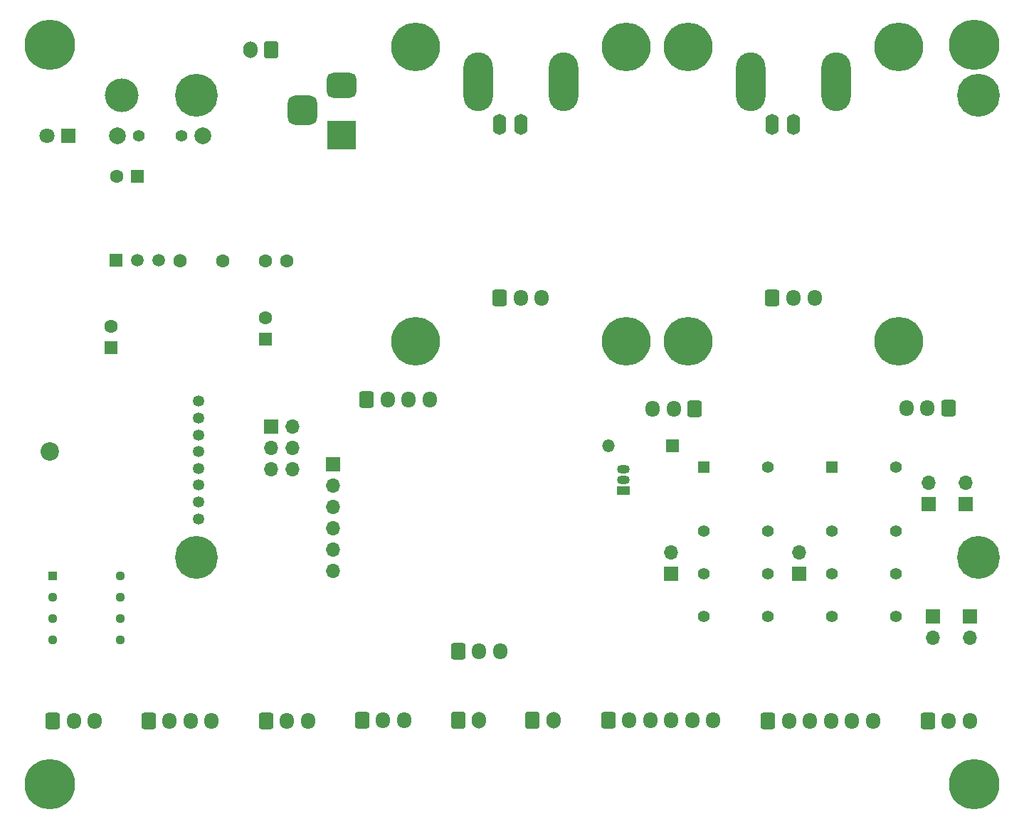
<source format=gbs>
G04 #@! TF.GenerationSoftware,KiCad,Pcbnew,(6.0.8)*
G04 #@! TF.CreationDate,2023-01-21T21:03:47+01:00*
G04 #@! TF.ProjectId,HB-UNI-SEN-POOL_2023_05,48422d55-4e49-42d5-9345-4e2d504f4f4c,rev?*
G04 #@! TF.SameCoordinates,Original*
G04 #@! TF.FileFunction,Soldermask,Bot*
G04 #@! TF.FilePolarity,Negative*
%FSLAX46Y46*%
G04 Gerber Fmt 4.6, Leading zero omitted, Abs format (unit mm)*
G04 Created by KiCad (PCBNEW (6.0.8)) date 2023-01-21 21:03:47*
%MOMM*%
%LPD*%
G01*
G04 APERTURE LIST*
G04 Aperture macros list*
%AMRoundRect*
0 Rectangle with rounded corners*
0 $1 Rounding radius*
0 $2 $3 $4 $5 $6 $7 $8 $9 X,Y pos of 4 corners*
0 Add a 4 corners polygon primitive as box body*
4,1,4,$2,$3,$4,$5,$6,$7,$8,$9,$2,$3,0*
0 Add four circle primitives for the rounded corners*
1,1,$1+$1,$2,$3*
1,1,$1+$1,$4,$5*
1,1,$1+$1,$6,$7*
1,1,$1+$1,$8,$9*
0 Add four rect primitives between the rounded corners*
20,1,$1+$1,$2,$3,$4,$5,0*
20,1,$1+$1,$4,$5,$6,$7,0*
20,1,$1+$1,$6,$7,$8,$9,0*
20,1,$1+$1,$8,$9,$2,$3,0*%
G04 Aperture macros list end*
%ADD10RoundRect,0.250000X-0.600000X-0.725000X0.600000X-0.725000X0.600000X0.725000X-0.600000X0.725000X0*%
%ADD11O,1.700000X1.950000*%
%ADD12RoundRect,0.250000X0.600000X0.725000X-0.600000X0.725000X-0.600000X-0.725000X0.600000X-0.725000X0*%
%ADD13R,1.700000X1.700000*%
%ADD14O,1.700000X1.700000*%
%ADD15RoundRect,0.250000X-0.600000X-0.750000X0.600000X-0.750000X0.600000X0.750000X-0.600000X0.750000X0*%
%ADD16O,1.700000X2.000000*%
%ADD17C,5.100000*%
%ADD18C,1.600000*%
%ADD19R,1.500000X1.500000*%
%ADD20C,1.500000*%
%ADD21RoundRect,0.250000X0.600000X0.750000X-0.600000X0.750000X-0.600000X-0.750000X0.600000X-0.750000X0*%
%ADD22C,6.000000*%
%ADD23C,3.500000*%
%ADD24R,3.500000X3.500000*%
%ADD25RoundRect,0.750000X-1.000000X0.750000X-1.000000X-0.750000X1.000000X-0.750000X1.000000X0.750000X0*%
%ADD26RoundRect,0.875000X-0.875000X0.875000X-0.875000X-0.875000X0.875000X-0.875000X0.875000X0.875000X0*%
%ADD27R,1.600000X1.600000*%
%ADD28R,1.500000X1.050000*%
%ADD29O,1.500000X1.050000*%
%ADD30R,1.400000X1.400000*%
%ADD31C,1.400000*%
%ADD32O,1.500000X1.500000*%
%ADD33R,1.800000X1.800000*%
%ADD34C,1.800000*%
%ADD35C,5.800000*%
%ADD36O,3.500000X7.000000*%
%ADD37O,1.600000X2.500000*%
%ADD38C,4.000000*%
%ADD39C,2.000000*%
%ADD40C,1.350000*%
%ADD41C,2.200000*%
%ADD42R,1.130000X1.130000*%
%ADD43C,1.130000*%
G04 APERTURE END LIST*
D10*
X89575000Y-120080300D03*
D11*
X92075000Y-120080300D03*
X94575000Y-120080300D03*
D12*
X129159000Y-82918300D03*
D11*
X126659000Y-82918300D03*
X124159000Y-82918300D03*
D13*
X161925000Y-107651300D03*
D14*
X161925000Y-110191300D03*
D15*
X109855000Y-120080300D03*
D16*
X112355000Y-120080300D03*
D17*
X162895000Y-100646300D03*
X162895000Y-100646300D03*
D18*
X80645000Y-65332300D03*
X78105000Y-65332300D03*
X73025000Y-65332300D03*
X67945000Y-65332300D03*
D19*
X60330000Y-65301300D03*
D20*
X62870000Y-65301300D03*
X65410000Y-65301300D03*
X67950000Y-65301300D03*
D13*
X157480000Y-107651300D03*
D14*
X157480000Y-110191300D03*
D17*
X69895000Y-100646300D03*
X69895000Y-100646300D03*
D13*
X161417000Y-94321300D03*
D14*
X161417000Y-91781300D03*
D21*
X78780000Y-40231300D03*
D16*
X76280000Y-40231300D03*
D10*
X90103000Y-81885300D03*
D11*
X92603000Y-81885300D03*
X95103000Y-81885300D03*
X97603000Y-81885300D03*
D10*
X137868000Y-120097300D03*
D11*
X140368000Y-120097300D03*
X142868000Y-120097300D03*
X145368000Y-120097300D03*
X147868000Y-120097300D03*
X150368000Y-120097300D03*
D13*
X86131000Y-89547300D03*
D14*
X86131000Y-92087300D03*
X86131000Y-94627300D03*
X86131000Y-97167300D03*
X86131000Y-99707300D03*
X86131000Y-102247300D03*
D17*
X69895000Y-45646300D03*
X69895000Y-45646300D03*
D22*
X162395000Y-127646300D03*
D23*
X162395000Y-127646300D03*
D24*
X87145000Y-50396300D03*
D25*
X87145000Y-44396300D03*
D26*
X82445000Y-47396300D03*
D27*
X62865000Y-55266300D03*
D18*
X60365000Y-55266300D03*
D15*
X100985000Y-120080300D03*
D16*
X103485000Y-120080300D03*
D22*
X52395000Y-39646300D03*
D23*
X52395000Y-39646300D03*
D28*
X120650000Y-92697300D03*
D29*
X120650000Y-91427300D03*
X120650000Y-90157300D03*
D13*
X141605000Y-102571300D03*
D14*
X141605000Y-100031300D03*
D30*
X145462500Y-89908800D03*
D31*
X145462500Y-97528800D03*
X145462500Y-102608800D03*
X145462500Y-107688800D03*
X153082500Y-107688800D03*
X153082500Y-102608800D03*
X153082500Y-97528800D03*
X153082500Y-89908800D03*
D10*
X118845000Y-120080300D03*
D11*
X121345000Y-120080300D03*
X123845000Y-120080300D03*
X126345000Y-120080300D03*
X128845000Y-120080300D03*
X131345000Y-120080300D03*
D10*
X78125000Y-120086800D03*
D11*
X80625000Y-120086800D03*
X83125000Y-120086800D03*
D19*
X126497000Y-87363300D03*
D32*
X118877000Y-87363300D03*
D10*
X52765000Y-120086800D03*
D11*
X55265000Y-120086800D03*
X57765000Y-120086800D03*
D12*
X159345000Y-82886300D03*
D11*
X156845000Y-82886300D03*
X154345000Y-82886300D03*
D10*
X101005000Y-111825300D03*
D11*
X103505000Y-111825300D03*
X106005000Y-111825300D03*
D10*
X64175000Y-120086800D03*
D11*
X66675000Y-120086800D03*
X69175000Y-120086800D03*
X71675000Y-120086800D03*
D33*
X54615000Y-50406300D03*
D34*
X52075000Y-50406300D03*
D23*
X52395000Y-127646300D03*
D22*
X52395000Y-127646300D03*
D35*
X128395000Y-74882800D03*
X153395000Y-74882800D03*
D36*
X145975000Y-44002800D03*
D35*
X128395000Y-39882800D03*
D36*
X135815000Y-44002800D03*
D35*
X153395000Y-39882800D03*
D10*
X138395000Y-69782800D03*
D11*
X140895000Y-69782800D03*
X143395000Y-69782800D03*
D37*
X140895000Y-49082800D03*
X138355000Y-49082800D03*
D10*
X156858000Y-120097300D03*
D11*
X159358000Y-120097300D03*
X161858000Y-120097300D03*
D17*
X162895000Y-45646300D03*
X162895000Y-45646300D03*
D13*
X78730800Y-85064500D03*
D14*
X81270800Y-85064500D03*
X78730800Y-87604500D03*
X81270800Y-87604500D03*
X78730800Y-90144500D03*
X81270800Y-90144500D03*
D27*
X59690000Y-75647300D03*
D18*
X59690000Y-73147300D03*
D38*
X61008500Y-45615100D03*
D39*
X70588500Y-50425100D03*
D31*
X68048500Y-50425100D03*
X62968500Y-50425100D03*
D39*
X60428500Y-50425100D03*
D23*
X162395000Y-39646300D03*
D22*
X162395000Y-39646300D03*
D35*
X95958000Y-39882800D03*
X120958000Y-39882800D03*
X95958000Y-74882800D03*
D36*
X113538000Y-44002800D03*
X103378000Y-44002800D03*
D35*
X120958000Y-74882800D03*
D10*
X105958000Y-69782800D03*
D11*
X108458000Y-69782800D03*
X110958000Y-69782800D03*
D37*
X108458000Y-49082800D03*
X105918000Y-49082800D03*
D30*
X130222500Y-89908800D03*
D31*
X130222500Y-97528800D03*
X130222500Y-102608800D03*
X130222500Y-107688800D03*
X137842500Y-107688800D03*
X137842500Y-102608800D03*
X137842500Y-97528800D03*
X137842500Y-89908800D03*
D40*
X70138500Y-96058800D03*
X70138500Y-94058800D03*
X70138500Y-92058800D03*
X70138500Y-90058800D03*
X70138500Y-88058800D03*
X70138500Y-86058800D03*
X70138500Y-84058800D03*
X70138500Y-82058800D03*
D41*
X52394700Y-88059200D03*
D42*
X52737000Y-102831800D03*
D43*
X52737000Y-105371800D03*
X52737000Y-107911800D03*
X52737000Y-110451800D03*
X60761000Y-110451800D03*
X60761000Y-107911800D03*
X60761000Y-105371800D03*
X60761000Y-102831800D03*
D27*
X78105000Y-74631300D03*
D18*
X78105000Y-72131300D03*
D13*
X126365000Y-102571300D03*
D14*
X126365000Y-100031300D03*
D13*
X156972000Y-94326300D03*
D14*
X156972000Y-91786300D03*
M02*

</source>
